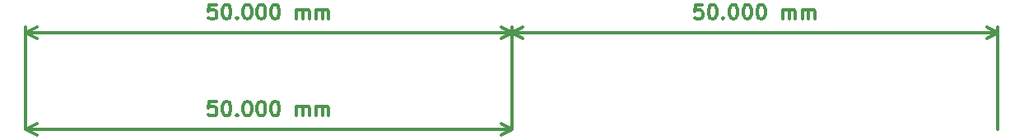
<source format=gbr>
G04 #@! TF.GenerationSoftware,KiCad,Pcbnew,(5.0.2)-1*
G04 #@! TF.CreationDate,2019-03-14T09:30:29+08:00*
G04 #@! TF.ProjectId,kicad_project,6b696361-645f-4707-926f-6a6563742e6b,rev?*
G04 #@! TF.SameCoordinates,Original*
G04 #@! TF.FileFunction,Legend,Bot*
G04 #@! TF.FilePolarity,Positive*
%FSLAX46Y46*%
G04 Gerber Fmt 4.6, Leading zero omitted, Abs format (unit mm)*
G04 Created by KiCad (PCBNEW (5.0.2)-1) date 2019/3/14 9:30:29*
%MOMM*%
%LPD*%
G01*
G04 APERTURE LIST*
%ADD10C,0.300000*%
G04 APERTURE END LIST*
D10*
X124571428Y-109078571D02*
X123857142Y-109078571D01*
X123785714Y-109792857D01*
X123857142Y-109721428D01*
X124000000Y-109650000D01*
X124357142Y-109650000D01*
X124500000Y-109721428D01*
X124571428Y-109792857D01*
X124642857Y-109935714D01*
X124642857Y-110292857D01*
X124571428Y-110435714D01*
X124500000Y-110507142D01*
X124357142Y-110578571D01*
X124000000Y-110578571D01*
X123857142Y-110507142D01*
X123785714Y-110435714D01*
X125571428Y-109078571D02*
X125714285Y-109078571D01*
X125857142Y-109150000D01*
X125928571Y-109221428D01*
X126000000Y-109364285D01*
X126071428Y-109650000D01*
X126071428Y-110007142D01*
X126000000Y-110292857D01*
X125928571Y-110435714D01*
X125857142Y-110507142D01*
X125714285Y-110578571D01*
X125571428Y-110578571D01*
X125428571Y-110507142D01*
X125357142Y-110435714D01*
X125285714Y-110292857D01*
X125214285Y-110007142D01*
X125214285Y-109650000D01*
X125285714Y-109364285D01*
X125357142Y-109221428D01*
X125428571Y-109150000D01*
X125571428Y-109078571D01*
X126714285Y-110435714D02*
X126785714Y-110507142D01*
X126714285Y-110578571D01*
X126642857Y-110507142D01*
X126714285Y-110435714D01*
X126714285Y-110578571D01*
X127714285Y-109078571D02*
X127857142Y-109078571D01*
X128000000Y-109150000D01*
X128071428Y-109221428D01*
X128142857Y-109364285D01*
X128214285Y-109650000D01*
X128214285Y-110007142D01*
X128142857Y-110292857D01*
X128071428Y-110435714D01*
X128000000Y-110507142D01*
X127857142Y-110578571D01*
X127714285Y-110578571D01*
X127571428Y-110507142D01*
X127500000Y-110435714D01*
X127428571Y-110292857D01*
X127357142Y-110007142D01*
X127357142Y-109650000D01*
X127428571Y-109364285D01*
X127500000Y-109221428D01*
X127571428Y-109150000D01*
X127714285Y-109078571D01*
X129142857Y-109078571D02*
X129285714Y-109078571D01*
X129428571Y-109150000D01*
X129500000Y-109221428D01*
X129571428Y-109364285D01*
X129642857Y-109650000D01*
X129642857Y-110007142D01*
X129571428Y-110292857D01*
X129500000Y-110435714D01*
X129428571Y-110507142D01*
X129285714Y-110578571D01*
X129142857Y-110578571D01*
X129000000Y-110507142D01*
X128928571Y-110435714D01*
X128857142Y-110292857D01*
X128785714Y-110007142D01*
X128785714Y-109650000D01*
X128857142Y-109364285D01*
X128928571Y-109221428D01*
X129000000Y-109150000D01*
X129142857Y-109078571D01*
X130571428Y-109078571D02*
X130714285Y-109078571D01*
X130857142Y-109150000D01*
X130928571Y-109221428D01*
X131000000Y-109364285D01*
X131071428Y-109650000D01*
X131071428Y-110007142D01*
X131000000Y-110292857D01*
X130928571Y-110435714D01*
X130857142Y-110507142D01*
X130714285Y-110578571D01*
X130571428Y-110578571D01*
X130428571Y-110507142D01*
X130357142Y-110435714D01*
X130285714Y-110292857D01*
X130214285Y-110007142D01*
X130214285Y-109650000D01*
X130285714Y-109364285D01*
X130357142Y-109221428D01*
X130428571Y-109150000D01*
X130571428Y-109078571D01*
X132857142Y-110578571D02*
X132857142Y-109578571D01*
X132857142Y-109721428D02*
X132928571Y-109650000D01*
X133071428Y-109578571D01*
X133285714Y-109578571D01*
X133428571Y-109650000D01*
X133500000Y-109792857D01*
X133500000Y-110578571D01*
X133500000Y-109792857D02*
X133571428Y-109650000D01*
X133714285Y-109578571D01*
X133928571Y-109578571D01*
X134071428Y-109650000D01*
X134142857Y-109792857D01*
X134142857Y-110578571D01*
X134857142Y-110578571D02*
X134857142Y-109578571D01*
X134857142Y-109721428D02*
X134928571Y-109650000D01*
X135071428Y-109578571D01*
X135285714Y-109578571D01*
X135428571Y-109650000D01*
X135500000Y-109792857D01*
X135500000Y-110578571D01*
X135500000Y-109792857D02*
X135571428Y-109650000D01*
X135714285Y-109578571D01*
X135928571Y-109578571D01*
X136071428Y-109650000D01*
X136142857Y-109792857D01*
X136142857Y-110578571D01*
X155000000Y-112000000D02*
X105000000Y-112000000D01*
X155000000Y-112000000D02*
X155000000Y-111413579D01*
X105000000Y-112000000D02*
X105000000Y-111413579D01*
X105000000Y-112000000D02*
X106126504Y-111413579D01*
X105000000Y-112000000D02*
X106126504Y-112586421D01*
X155000000Y-112000000D02*
X153873496Y-111413579D01*
X155000000Y-112000000D02*
X153873496Y-112586421D01*
X174571428Y-99078571D02*
X173857142Y-99078571D01*
X173785714Y-99792857D01*
X173857142Y-99721428D01*
X174000000Y-99650000D01*
X174357142Y-99650000D01*
X174500000Y-99721428D01*
X174571428Y-99792857D01*
X174642857Y-99935714D01*
X174642857Y-100292857D01*
X174571428Y-100435714D01*
X174500000Y-100507142D01*
X174357142Y-100578571D01*
X174000000Y-100578571D01*
X173857142Y-100507142D01*
X173785714Y-100435714D01*
X175571428Y-99078571D02*
X175714285Y-99078571D01*
X175857142Y-99150000D01*
X175928571Y-99221428D01*
X176000000Y-99364285D01*
X176071428Y-99650000D01*
X176071428Y-100007142D01*
X176000000Y-100292857D01*
X175928571Y-100435714D01*
X175857142Y-100507142D01*
X175714285Y-100578571D01*
X175571428Y-100578571D01*
X175428571Y-100507142D01*
X175357142Y-100435714D01*
X175285714Y-100292857D01*
X175214285Y-100007142D01*
X175214285Y-99650000D01*
X175285714Y-99364285D01*
X175357142Y-99221428D01*
X175428571Y-99150000D01*
X175571428Y-99078571D01*
X176714285Y-100435714D02*
X176785714Y-100507142D01*
X176714285Y-100578571D01*
X176642857Y-100507142D01*
X176714285Y-100435714D01*
X176714285Y-100578571D01*
X177714285Y-99078571D02*
X177857142Y-99078571D01*
X178000000Y-99150000D01*
X178071428Y-99221428D01*
X178142857Y-99364285D01*
X178214285Y-99650000D01*
X178214285Y-100007142D01*
X178142857Y-100292857D01*
X178071428Y-100435714D01*
X178000000Y-100507142D01*
X177857142Y-100578571D01*
X177714285Y-100578571D01*
X177571428Y-100507142D01*
X177500000Y-100435714D01*
X177428571Y-100292857D01*
X177357142Y-100007142D01*
X177357142Y-99650000D01*
X177428571Y-99364285D01*
X177500000Y-99221428D01*
X177571428Y-99150000D01*
X177714285Y-99078571D01*
X179142857Y-99078571D02*
X179285714Y-99078571D01*
X179428571Y-99150000D01*
X179500000Y-99221428D01*
X179571428Y-99364285D01*
X179642857Y-99650000D01*
X179642857Y-100007142D01*
X179571428Y-100292857D01*
X179500000Y-100435714D01*
X179428571Y-100507142D01*
X179285714Y-100578571D01*
X179142857Y-100578571D01*
X179000000Y-100507142D01*
X178928571Y-100435714D01*
X178857142Y-100292857D01*
X178785714Y-100007142D01*
X178785714Y-99650000D01*
X178857142Y-99364285D01*
X178928571Y-99221428D01*
X179000000Y-99150000D01*
X179142857Y-99078571D01*
X180571428Y-99078571D02*
X180714285Y-99078571D01*
X180857142Y-99150000D01*
X180928571Y-99221428D01*
X181000000Y-99364285D01*
X181071428Y-99650000D01*
X181071428Y-100007142D01*
X181000000Y-100292857D01*
X180928571Y-100435714D01*
X180857142Y-100507142D01*
X180714285Y-100578571D01*
X180571428Y-100578571D01*
X180428571Y-100507142D01*
X180357142Y-100435714D01*
X180285714Y-100292857D01*
X180214285Y-100007142D01*
X180214285Y-99650000D01*
X180285714Y-99364285D01*
X180357142Y-99221428D01*
X180428571Y-99150000D01*
X180571428Y-99078571D01*
X182857142Y-100578571D02*
X182857142Y-99578571D01*
X182857142Y-99721428D02*
X182928571Y-99650000D01*
X183071428Y-99578571D01*
X183285714Y-99578571D01*
X183428571Y-99650000D01*
X183500000Y-99792857D01*
X183500000Y-100578571D01*
X183500000Y-99792857D02*
X183571428Y-99650000D01*
X183714285Y-99578571D01*
X183928571Y-99578571D01*
X184071428Y-99650000D01*
X184142857Y-99792857D01*
X184142857Y-100578571D01*
X184857142Y-100578571D02*
X184857142Y-99578571D01*
X184857142Y-99721428D02*
X184928571Y-99650000D01*
X185071428Y-99578571D01*
X185285714Y-99578571D01*
X185428571Y-99650000D01*
X185500000Y-99792857D01*
X185500000Y-100578571D01*
X185500000Y-99792857D02*
X185571428Y-99650000D01*
X185714285Y-99578571D01*
X185928571Y-99578571D01*
X186071428Y-99650000D01*
X186142857Y-99792857D01*
X186142857Y-100578571D01*
X155000000Y-102000000D02*
X205000000Y-102000000D01*
X155000000Y-112000000D02*
X155000000Y-101413579D01*
X205000000Y-112000000D02*
X205000000Y-101413579D01*
X205000000Y-102000000D02*
X203873496Y-102586421D01*
X205000000Y-102000000D02*
X203873496Y-101413579D01*
X155000000Y-102000000D02*
X156126504Y-102586421D01*
X155000000Y-102000000D02*
X156126504Y-101413579D01*
X124571428Y-99078571D02*
X123857142Y-99078571D01*
X123785714Y-99792857D01*
X123857142Y-99721428D01*
X124000000Y-99650000D01*
X124357142Y-99650000D01*
X124500000Y-99721428D01*
X124571428Y-99792857D01*
X124642857Y-99935714D01*
X124642857Y-100292857D01*
X124571428Y-100435714D01*
X124500000Y-100507142D01*
X124357142Y-100578571D01*
X124000000Y-100578571D01*
X123857142Y-100507142D01*
X123785714Y-100435714D01*
X125571428Y-99078571D02*
X125714285Y-99078571D01*
X125857142Y-99150000D01*
X125928571Y-99221428D01*
X126000000Y-99364285D01*
X126071428Y-99650000D01*
X126071428Y-100007142D01*
X126000000Y-100292857D01*
X125928571Y-100435714D01*
X125857142Y-100507142D01*
X125714285Y-100578571D01*
X125571428Y-100578571D01*
X125428571Y-100507142D01*
X125357142Y-100435714D01*
X125285714Y-100292857D01*
X125214285Y-100007142D01*
X125214285Y-99650000D01*
X125285714Y-99364285D01*
X125357142Y-99221428D01*
X125428571Y-99150000D01*
X125571428Y-99078571D01*
X126714285Y-100435714D02*
X126785714Y-100507142D01*
X126714285Y-100578571D01*
X126642857Y-100507142D01*
X126714285Y-100435714D01*
X126714285Y-100578571D01*
X127714285Y-99078571D02*
X127857142Y-99078571D01*
X128000000Y-99150000D01*
X128071428Y-99221428D01*
X128142857Y-99364285D01*
X128214285Y-99650000D01*
X128214285Y-100007142D01*
X128142857Y-100292857D01*
X128071428Y-100435714D01*
X128000000Y-100507142D01*
X127857142Y-100578571D01*
X127714285Y-100578571D01*
X127571428Y-100507142D01*
X127500000Y-100435714D01*
X127428571Y-100292857D01*
X127357142Y-100007142D01*
X127357142Y-99650000D01*
X127428571Y-99364285D01*
X127500000Y-99221428D01*
X127571428Y-99150000D01*
X127714285Y-99078571D01*
X129142857Y-99078571D02*
X129285714Y-99078571D01*
X129428571Y-99150000D01*
X129500000Y-99221428D01*
X129571428Y-99364285D01*
X129642857Y-99650000D01*
X129642857Y-100007142D01*
X129571428Y-100292857D01*
X129500000Y-100435714D01*
X129428571Y-100507142D01*
X129285714Y-100578571D01*
X129142857Y-100578571D01*
X129000000Y-100507142D01*
X128928571Y-100435714D01*
X128857142Y-100292857D01*
X128785714Y-100007142D01*
X128785714Y-99650000D01*
X128857142Y-99364285D01*
X128928571Y-99221428D01*
X129000000Y-99150000D01*
X129142857Y-99078571D01*
X130571428Y-99078571D02*
X130714285Y-99078571D01*
X130857142Y-99150000D01*
X130928571Y-99221428D01*
X131000000Y-99364285D01*
X131071428Y-99650000D01*
X131071428Y-100007142D01*
X131000000Y-100292857D01*
X130928571Y-100435714D01*
X130857142Y-100507142D01*
X130714285Y-100578571D01*
X130571428Y-100578571D01*
X130428571Y-100507142D01*
X130357142Y-100435714D01*
X130285714Y-100292857D01*
X130214285Y-100007142D01*
X130214285Y-99650000D01*
X130285714Y-99364285D01*
X130357142Y-99221428D01*
X130428571Y-99150000D01*
X130571428Y-99078571D01*
X132857142Y-100578571D02*
X132857142Y-99578571D01*
X132857142Y-99721428D02*
X132928571Y-99650000D01*
X133071428Y-99578571D01*
X133285714Y-99578571D01*
X133428571Y-99650000D01*
X133500000Y-99792857D01*
X133500000Y-100578571D01*
X133500000Y-99792857D02*
X133571428Y-99650000D01*
X133714285Y-99578571D01*
X133928571Y-99578571D01*
X134071428Y-99650000D01*
X134142857Y-99792857D01*
X134142857Y-100578571D01*
X134857142Y-100578571D02*
X134857142Y-99578571D01*
X134857142Y-99721428D02*
X134928571Y-99650000D01*
X135071428Y-99578571D01*
X135285714Y-99578571D01*
X135428571Y-99650000D01*
X135500000Y-99792857D01*
X135500000Y-100578571D01*
X135500000Y-99792857D02*
X135571428Y-99650000D01*
X135714285Y-99578571D01*
X135928571Y-99578571D01*
X136071428Y-99650000D01*
X136142857Y-99792857D01*
X136142857Y-100578571D01*
X155000000Y-102000000D02*
X105000000Y-102000000D01*
X155000000Y-112000000D02*
X155000000Y-101413579D01*
X105000000Y-112000000D02*
X105000000Y-101413579D01*
X105000000Y-102000000D02*
X106126504Y-101413579D01*
X105000000Y-102000000D02*
X106126504Y-102586421D01*
X155000000Y-102000000D02*
X153873496Y-101413579D01*
X155000000Y-102000000D02*
X153873496Y-102586421D01*
M02*

</source>
